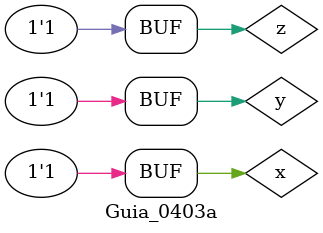
<source format=v>
/*
 Guia_0403a.v - v0.0. - 28 / 08 / 2022
 Autor    : Gabriel Vargas Bento de Souza
 Matricula: 778023
 */

/* 
 Soma dso produtos
               ___
f(x, y, z) =  \   m(2, 3, 6, 7)  = SoP (2, 3, 6, 7) = 1
              /___
*/

/**
 SoP (2, 3, 6, 7)
 */
module SoP (output s,
            input  x, y, z);
   assign s = (~x &  y & ~z)  // 2
            | (~x &  y &  z)  // 3
            | ( x &  y & ~z)  // 6
            | ( x &  y &  z); // 7
endmodule // SoP

/**
  Guia_0403a.v
 */
module Guia_0403a;
   reg  x, y, z;
   wire s1;
   
   // instancias
   SoP SOP (s, x, y, z);
   
   // valores iniciais
   initial begin: start
      x=1'bx; y=1'bx; z=1'bx; // indefinidos
   end

   // parte principal
   initial begin: main
      // identificacao
       $display("Gabriel Vargas Bento de Souza - 778023");
       $display("Test boolean expression");
       $display("\n03.a) SoP (2, 3, 6, 7)\n");

       // monitoramento
       $display(" x  y  z  SoP(2, 3, 6, 7)");
       $monitor("%2b %2b %2b %10b", x, y, z, s);

       // sinalizacao
       #1 x=0; y=0; z=0;
       #1 x=0; y=0; z=1;
       #1 x=0; y=1; z=0;
       #1 x=0; y=1; z=1;
       #1 x=1; y=0; z=0;
       #1 x=1; y=0; z=1;
       #1 x=1; y=1; z=0;
       #1 x=1; y=1; z=1;
   end
endmodule // Guia_0403a
</source>
